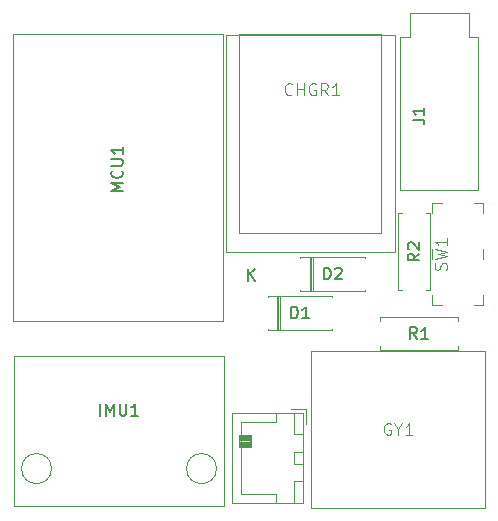
<source format=gto>
G04 #@! TF.GenerationSoftware,KiCad,Pcbnew,9.0.2*
G04 #@! TF.CreationDate,2025-07-15T04:36:50-04:00*
G04 #@! TF.ProjectId,FBT,4642542e-6b69-4636-9164-5f7063625858,rev?*
G04 #@! TF.SameCoordinates,Original*
G04 #@! TF.FileFunction,Legend,Top*
G04 #@! TF.FilePolarity,Positive*
%FSLAX46Y46*%
G04 Gerber Fmt 4.6, Leading zero omitted, Abs format (unit mm)*
G04 Created by KiCad (PCBNEW 9.0.2) date 2025-07-15 04:36:50*
%MOMM*%
%LPD*%
G01*
G04 APERTURE LIST*
%ADD10C,0.100000*%
%ADD11C,0.150000*%
%ADD12C,0.120000*%
G04 APERTURE END LIST*
D10*
G36*
X117243094Y-130729724D02*
G01*
X116166579Y-130729724D01*
X116166579Y-130172332D01*
X116277690Y-130172332D01*
X116277690Y-130210600D01*
X116304750Y-130237660D01*
X116323884Y-130241466D01*
X116654836Y-130241466D01*
X116654836Y-130572419D01*
X116658642Y-130591553D01*
X116685702Y-130618613D01*
X116723970Y-130618613D01*
X116751030Y-130591553D01*
X116754836Y-130572419D01*
X116754836Y-130241466D01*
X117085789Y-130241466D01*
X117104923Y-130237660D01*
X117131983Y-130210600D01*
X117131983Y-130172332D01*
X117104923Y-130145272D01*
X117085789Y-130141466D01*
X116754836Y-130141466D01*
X116754836Y-129810514D01*
X116751030Y-129791380D01*
X116723970Y-129764320D01*
X116685702Y-129764320D01*
X116658642Y-129791380D01*
X116654836Y-129810514D01*
X116654836Y-130141466D01*
X116323884Y-130141466D01*
X116304750Y-130145272D01*
X116277690Y-130172332D01*
X116166579Y-130172332D01*
X116166579Y-129653209D01*
X117243094Y-129653209D01*
X117243094Y-130729724D01*
G37*
D11*
X106350823Y-108974724D02*
X105350823Y-108974724D01*
X105350823Y-108974724D02*
X106065108Y-108641391D01*
X106065108Y-108641391D02*
X105350823Y-108308058D01*
X105350823Y-108308058D02*
X106350823Y-108308058D01*
X106255584Y-107260439D02*
X106303204Y-107308058D01*
X106303204Y-107308058D02*
X106350823Y-107450915D01*
X106350823Y-107450915D02*
X106350823Y-107546153D01*
X106350823Y-107546153D02*
X106303204Y-107689010D01*
X106303204Y-107689010D02*
X106207965Y-107784248D01*
X106207965Y-107784248D02*
X106112727Y-107831867D01*
X106112727Y-107831867D02*
X105922251Y-107879486D01*
X105922251Y-107879486D02*
X105779394Y-107879486D01*
X105779394Y-107879486D02*
X105588918Y-107831867D01*
X105588918Y-107831867D02*
X105493680Y-107784248D01*
X105493680Y-107784248D02*
X105398442Y-107689010D01*
X105398442Y-107689010D02*
X105350823Y-107546153D01*
X105350823Y-107546153D02*
X105350823Y-107450915D01*
X105350823Y-107450915D02*
X105398442Y-107308058D01*
X105398442Y-107308058D02*
X105446061Y-107260439D01*
X105350823Y-106831867D02*
X106160346Y-106831867D01*
X106160346Y-106831867D02*
X106255584Y-106784248D01*
X106255584Y-106784248D02*
X106303204Y-106736629D01*
X106303204Y-106736629D02*
X106350823Y-106641391D01*
X106350823Y-106641391D02*
X106350823Y-106450915D01*
X106350823Y-106450915D02*
X106303204Y-106355677D01*
X106303204Y-106355677D02*
X106255584Y-106308058D01*
X106255584Y-106308058D02*
X106160346Y-106260439D01*
X106160346Y-106260439D02*
X105350823Y-106260439D01*
X106350823Y-105260439D02*
X106350823Y-105831867D01*
X106350823Y-105546153D02*
X105350823Y-105546153D01*
X105350823Y-105546153D02*
X105493680Y-105641391D01*
X105493680Y-105641391D02*
X105588918Y-105736629D01*
X105588918Y-105736629D02*
X105636537Y-105831867D01*
D10*
X120662600Y-100763445D02*
X120614981Y-100811065D01*
X120614981Y-100811065D02*
X120472124Y-100858684D01*
X120472124Y-100858684D02*
X120376886Y-100858684D01*
X120376886Y-100858684D02*
X120234029Y-100811065D01*
X120234029Y-100811065D02*
X120138791Y-100715826D01*
X120138791Y-100715826D02*
X120091172Y-100620588D01*
X120091172Y-100620588D02*
X120043553Y-100430112D01*
X120043553Y-100430112D02*
X120043553Y-100287255D01*
X120043553Y-100287255D02*
X120091172Y-100096779D01*
X120091172Y-100096779D02*
X120138791Y-100001541D01*
X120138791Y-100001541D02*
X120234029Y-99906303D01*
X120234029Y-99906303D02*
X120376886Y-99858684D01*
X120376886Y-99858684D02*
X120472124Y-99858684D01*
X120472124Y-99858684D02*
X120614981Y-99906303D01*
X120614981Y-99906303D02*
X120662600Y-99953922D01*
X121091172Y-100858684D02*
X121091172Y-99858684D01*
X121091172Y-100334874D02*
X121662600Y-100334874D01*
X121662600Y-100858684D02*
X121662600Y-99858684D01*
X122662600Y-99906303D02*
X122567362Y-99858684D01*
X122567362Y-99858684D02*
X122424505Y-99858684D01*
X122424505Y-99858684D02*
X122281648Y-99906303D01*
X122281648Y-99906303D02*
X122186410Y-100001541D01*
X122186410Y-100001541D02*
X122138791Y-100096779D01*
X122138791Y-100096779D02*
X122091172Y-100287255D01*
X122091172Y-100287255D02*
X122091172Y-100430112D01*
X122091172Y-100430112D02*
X122138791Y-100620588D01*
X122138791Y-100620588D02*
X122186410Y-100715826D01*
X122186410Y-100715826D02*
X122281648Y-100811065D01*
X122281648Y-100811065D02*
X122424505Y-100858684D01*
X122424505Y-100858684D02*
X122519743Y-100858684D01*
X122519743Y-100858684D02*
X122662600Y-100811065D01*
X122662600Y-100811065D02*
X122710219Y-100763445D01*
X122710219Y-100763445D02*
X122710219Y-100430112D01*
X122710219Y-100430112D02*
X122519743Y-100430112D01*
X123710219Y-100858684D02*
X123376886Y-100382493D01*
X123138791Y-100858684D02*
X123138791Y-99858684D01*
X123138791Y-99858684D02*
X123519743Y-99858684D01*
X123519743Y-99858684D02*
X123614981Y-99906303D01*
X123614981Y-99906303D02*
X123662600Y-99953922D01*
X123662600Y-99953922D02*
X123710219Y-100049160D01*
X123710219Y-100049160D02*
X123710219Y-100192017D01*
X123710219Y-100192017D02*
X123662600Y-100287255D01*
X123662600Y-100287255D02*
X123614981Y-100334874D01*
X123614981Y-100334874D02*
X123519743Y-100382493D01*
X123519743Y-100382493D02*
X123138791Y-100382493D01*
X124662600Y-100858684D02*
X124091172Y-100858684D01*
X124376886Y-100858684D02*
X124376886Y-99858684D01*
X124376886Y-99858684D02*
X124281648Y-100001541D01*
X124281648Y-100001541D02*
X124186410Y-100096779D01*
X124186410Y-100096779D02*
X124091172Y-100144398D01*
D11*
X120581905Y-119754819D02*
X120581905Y-118754819D01*
X120581905Y-118754819D02*
X120820000Y-118754819D01*
X120820000Y-118754819D02*
X120962857Y-118802438D01*
X120962857Y-118802438D02*
X121058095Y-118897676D01*
X121058095Y-118897676D02*
X121105714Y-118992914D01*
X121105714Y-118992914D02*
X121153333Y-119183390D01*
X121153333Y-119183390D02*
X121153333Y-119326247D01*
X121153333Y-119326247D02*
X121105714Y-119516723D01*
X121105714Y-119516723D02*
X121058095Y-119611961D01*
X121058095Y-119611961D02*
X120962857Y-119707200D01*
X120962857Y-119707200D02*
X120820000Y-119754819D01*
X120820000Y-119754819D02*
X120581905Y-119754819D01*
X122105714Y-119754819D02*
X121534286Y-119754819D01*
X121820000Y-119754819D02*
X121820000Y-118754819D01*
X121820000Y-118754819D02*
X121724762Y-118897676D01*
X121724762Y-118897676D02*
X121629524Y-118992914D01*
X121629524Y-118992914D02*
X121534286Y-119040533D01*
X123361905Y-116454819D02*
X123361905Y-115454819D01*
X123361905Y-115454819D02*
X123600000Y-115454819D01*
X123600000Y-115454819D02*
X123742857Y-115502438D01*
X123742857Y-115502438D02*
X123838095Y-115597676D01*
X123838095Y-115597676D02*
X123885714Y-115692914D01*
X123885714Y-115692914D02*
X123933333Y-115883390D01*
X123933333Y-115883390D02*
X123933333Y-116026247D01*
X123933333Y-116026247D02*
X123885714Y-116216723D01*
X123885714Y-116216723D02*
X123838095Y-116311961D01*
X123838095Y-116311961D02*
X123742857Y-116407200D01*
X123742857Y-116407200D02*
X123600000Y-116454819D01*
X123600000Y-116454819D02*
X123361905Y-116454819D01*
X124314286Y-115550057D02*
X124361905Y-115502438D01*
X124361905Y-115502438D02*
X124457143Y-115454819D01*
X124457143Y-115454819D02*
X124695238Y-115454819D01*
X124695238Y-115454819D02*
X124790476Y-115502438D01*
X124790476Y-115502438D02*
X124838095Y-115550057D01*
X124838095Y-115550057D02*
X124885714Y-115645295D01*
X124885714Y-115645295D02*
X124885714Y-115740533D01*
X124885714Y-115740533D02*
X124838095Y-115883390D01*
X124838095Y-115883390D02*
X124266667Y-116454819D01*
X124266667Y-116454819D02*
X124885714Y-116454819D01*
X116928095Y-116554819D02*
X116928095Y-115554819D01*
X117499523Y-116554819D02*
X117070952Y-115983390D01*
X117499523Y-115554819D02*
X116928095Y-116126247D01*
X130874819Y-102938333D02*
X131589104Y-102938333D01*
X131589104Y-102938333D02*
X131731961Y-102985952D01*
X131731961Y-102985952D02*
X131827200Y-103081190D01*
X131827200Y-103081190D02*
X131874819Y-103224047D01*
X131874819Y-103224047D02*
X131874819Y-103319285D01*
X131874819Y-101938333D02*
X131874819Y-102509761D01*
X131874819Y-102224047D02*
X130874819Y-102224047D01*
X130874819Y-102224047D02*
X131017676Y-102319285D01*
X131017676Y-102319285D02*
X131112914Y-102414523D01*
X131112914Y-102414523D02*
X131160533Y-102509761D01*
D10*
X133709800Y-115633332D02*
X133757419Y-115490475D01*
X133757419Y-115490475D02*
X133757419Y-115252380D01*
X133757419Y-115252380D02*
X133709800Y-115157142D01*
X133709800Y-115157142D02*
X133662180Y-115109523D01*
X133662180Y-115109523D02*
X133566942Y-115061904D01*
X133566942Y-115061904D02*
X133471704Y-115061904D01*
X133471704Y-115061904D02*
X133376466Y-115109523D01*
X133376466Y-115109523D02*
X133328847Y-115157142D01*
X133328847Y-115157142D02*
X133281228Y-115252380D01*
X133281228Y-115252380D02*
X133233609Y-115442856D01*
X133233609Y-115442856D02*
X133185990Y-115538094D01*
X133185990Y-115538094D02*
X133138371Y-115585713D01*
X133138371Y-115585713D02*
X133043133Y-115633332D01*
X133043133Y-115633332D02*
X132947895Y-115633332D01*
X132947895Y-115633332D02*
X132852657Y-115585713D01*
X132852657Y-115585713D02*
X132805038Y-115538094D01*
X132805038Y-115538094D02*
X132757419Y-115442856D01*
X132757419Y-115442856D02*
X132757419Y-115204761D01*
X132757419Y-115204761D02*
X132805038Y-115061904D01*
X132757419Y-114728570D02*
X133757419Y-114490475D01*
X133757419Y-114490475D02*
X133043133Y-114299999D01*
X133043133Y-114299999D02*
X133757419Y-114109523D01*
X133757419Y-114109523D02*
X132757419Y-113871428D01*
X133757419Y-112966666D02*
X133757419Y-113538094D01*
X133757419Y-113252380D02*
X132757419Y-113252380D01*
X132757419Y-113252380D02*
X132900276Y-113347618D01*
X132900276Y-113347618D02*
X132995514Y-113442856D01*
X132995514Y-113442856D02*
X133043133Y-113538094D01*
X129007142Y-128685038D02*
X128911904Y-128637419D01*
X128911904Y-128637419D02*
X128769047Y-128637419D01*
X128769047Y-128637419D02*
X128626190Y-128685038D01*
X128626190Y-128685038D02*
X128530952Y-128780276D01*
X128530952Y-128780276D02*
X128483333Y-128875514D01*
X128483333Y-128875514D02*
X128435714Y-129065990D01*
X128435714Y-129065990D02*
X128435714Y-129208847D01*
X128435714Y-129208847D02*
X128483333Y-129399323D01*
X128483333Y-129399323D02*
X128530952Y-129494561D01*
X128530952Y-129494561D02*
X128626190Y-129589800D01*
X128626190Y-129589800D02*
X128769047Y-129637419D01*
X128769047Y-129637419D02*
X128864285Y-129637419D01*
X128864285Y-129637419D02*
X129007142Y-129589800D01*
X129007142Y-129589800D02*
X129054761Y-129542180D01*
X129054761Y-129542180D02*
X129054761Y-129208847D01*
X129054761Y-129208847D02*
X128864285Y-129208847D01*
X129673809Y-129161228D02*
X129673809Y-129637419D01*
X129340476Y-128637419D02*
X129673809Y-129161228D01*
X129673809Y-129161228D02*
X130007142Y-128637419D01*
X130864285Y-129637419D02*
X130292857Y-129637419D01*
X130578571Y-129637419D02*
X130578571Y-128637419D01*
X130578571Y-128637419D02*
X130483333Y-128780276D01*
X130483333Y-128780276D02*
X130388095Y-128875514D01*
X130388095Y-128875514D02*
X130292857Y-128923133D01*
D11*
X104448572Y-127984819D02*
X104448572Y-126984819D01*
X104924762Y-127984819D02*
X104924762Y-126984819D01*
X104924762Y-126984819D02*
X105258095Y-127699104D01*
X105258095Y-127699104D02*
X105591428Y-126984819D01*
X105591428Y-126984819D02*
X105591428Y-127984819D01*
X106067619Y-126984819D02*
X106067619Y-127794342D01*
X106067619Y-127794342D02*
X106115238Y-127889580D01*
X106115238Y-127889580D02*
X106162857Y-127937200D01*
X106162857Y-127937200D02*
X106258095Y-127984819D01*
X106258095Y-127984819D02*
X106448571Y-127984819D01*
X106448571Y-127984819D02*
X106543809Y-127937200D01*
X106543809Y-127937200D02*
X106591428Y-127889580D01*
X106591428Y-127889580D02*
X106639047Y-127794342D01*
X106639047Y-127794342D02*
X106639047Y-126984819D01*
X107639047Y-127984819D02*
X107067619Y-127984819D01*
X107353333Y-127984819D02*
X107353333Y-126984819D01*
X107353333Y-126984819D02*
X107258095Y-127127676D01*
X107258095Y-127127676D02*
X107162857Y-127222914D01*
X107162857Y-127222914D02*
X107067619Y-127270533D01*
X131243333Y-121504819D02*
X130910000Y-121028628D01*
X130671905Y-121504819D02*
X130671905Y-120504819D01*
X130671905Y-120504819D02*
X131052857Y-120504819D01*
X131052857Y-120504819D02*
X131148095Y-120552438D01*
X131148095Y-120552438D02*
X131195714Y-120600057D01*
X131195714Y-120600057D02*
X131243333Y-120695295D01*
X131243333Y-120695295D02*
X131243333Y-120838152D01*
X131243333Y-120838152D02*
X131195714Y-120933390D01*
X131195714Y-120933390D02*
X131148095Y-120981009D01*
X131148095Y-120981009D02*
X131052857Y-121028628D01*
X131052857Y-121028628D02*
X130671905Y-121028628D01*
X132195714Y-121504819D02*
X131624286Y-121504819D01*
X131910000Y-121504819D02*
X131910000Y-120504819D01*
X131910000Y-120504819D02*
X131814762Y-120647676D01*
X131814762Y-120647676D02*
X131719524Y-120742914D01*
X131719524Y-120742914D02*
X131624286Y-120790533D01*
X131454819Y-114276666D02*
X130978628Y-114609999D01*
X131454819Y-114848094D02*
X130454819Y-114848094D01*
X130454819Y-114848094D02*
X130454819Y-114467142D01*
X130454819Y-114467142D02*
X130502438Y-114371904D01*
X130502438Y-114371904D02*
X130550057Y-114324285D01*
X130550057Y-114324285D02*
X130645295Y-114276666D01*
X130645295Y-114276666D02*
X130788152Y-114276666D01*
X130788152Y-114276666D02*
X130883390Y-114324285D01*
X130883390Y-114324285D02*
X130931009Y-114371904D01*
X130931009Y-114371904D02*
X130978628Y-114467142D01*
X130978628Y-114467142D02*
X130978628Y-114848094D01*
X130550057Y-113895713D02*
X130502438Y-113848094D01*
X130502438Y-113848094D02*
X130454819Y-113752856D01*
X130454819Y-113752856D02*
X130454819Y-113514761D01*
X130454819Y-113514761D02*
X130502438Y-113419523D01*
X130502438Y-113419523D02*
X130550057Y-113371904D01*
X130550057Y-113371904D02*
X130645295Y-113324285D01*
X130645295Y-113324285D02*
X130740533Y-113324285D01*
X130740533Y-113324285D02*
X130883390Y-113371904D01*
X130883390Y-113371904D02*
X131454819Y-113943332D01*
X131454819Y-113943332D02*
X131454819Y-113324285D01*
D12*
X97006004Y-95711392D02*
X114786004Y-95711392D01*
X114786004Y-119971392D01*
X97006004Y-119971392D01*
X97006004Y-95711392D01*
D10*
X128218024Y-95700000D02*
X116218024Y-95700000D01*
X116218024Y-112500000D01*
X128218024Y-112500000D01*
X128218024Y-95700000D01*
D12*
X118600000Y-117830000D02*
X124040000Y-117830000D01*
X118600000Y-117960000D02*
X118600000Y-117830000D01*
X118600000Y-120640000D02*
X118600000Y-120770000D01*
X118600000Y-120770000D02*
X124040000Y-120770000D01*
X119380000Y-117830000D02*
X119380000Y-120770000D01*
X119500000Y-117830000D02*
X119500000Y-120770000D01*
X119620000Y-117830000D02*
X119620000Y-120770000D01*
X124040000Y-117830000D02*
X124040000Y-117960000D01*
X124040000Y-120770000D02*
X124040000Y-120640000D01*
X121380000Y-114530000D02*
X126820000Y-114530000D01*
X121380000Y-114660000D02*
X121380000Y-114530000D01*
X121380000Y-117340000D02*
X121380000Y-117470000D01*
X121380000Y-117470000D02*
X126820000Y-117470000D01*
X122160000Y-114530000D02*
X122160000Y-117470000D01*
X122280000Y-114530000D02*
X122280000Y-117470000D01*
X122400000Y-114530000D02*
X122400000Y-117470000D01*
X126820000Y-114530000D02*
X126820000Y-114660000D01*
X126820000Y-117470000D02*
X126820000Y-117340000D01*
X129820000Y-95900000D02*
X129820000Y-108900000D01*
X130620000Y-93900000D02*
X130620000Y-95900000D01*
X130620000Y-95900000D02*
X129820000Y-95900000D01*
X135320000Y-93900000D02*
X130620000Y-93900000D01*
X135320000Y-93900000D02*
X135620000Y-93900000D01*
X135620000Y-93900000D02*
X135620000Y-95900000D01*
X135620000Y-95900000D02*
X136420000Y-95900000D01*
X136420000Y-95900000D02*
X136420000Y-108900000D01*
X136420000Y-108900000D02*
X129820000Y-108900000D01*
D10*
X132550000Y-110000000D02*
X132550000Y-110800000D01*
X132550000Y-110000000D02*
X133350000Y-110000000D01*
X132550000Y-114700000D02*
X132550000Y-113900000D01*
X132550000Y-118600000D02*
X132550000Y-117800000D01*
X132550000Y-118600000D02*
X133350000Y-118600000D01*
X136850000Y-110000000D02*
X136050000Y-110000000D01*
X136850000Y-110000000D02*
X136850000Y-110800000D01*
X136850000Y-113900000D02*
X136850000Y-114700000D01*
X136850000Y-118600000D02*
X136050000Y-118600000D01*
X136850000Y-118600000D02*
X136850000Y-117800000D01*
D12*
X115610000Y-127740000D02*
X115610000Y-135360000D01*
X115610000Y-135360000D02*
X121580000Y-135360000D01*
X116370000Y-128500000D02*
X116370000Y-131550000D01*
X116370000Y-134600000D02*
X116370000Y-131550000D01*
X119320000Y-127750000D02*
X119320000Y-128500000D01*
X119320000Y-128500000D02*
X116370000Y-128500000D01*
X119320000Y-134600000D02*
X116370000Y-134600000D01*
X119320000Y-135350000D02*
X119320000Y-134600000D01*
X120820000Y-127750000D02*
X120820000Y-129550000D01*
X120820000Y-129550000D02*
X121570000Y-129550000D01*
X120820000Y-131050000D02*
X120820000Y-132050000D01*
X120820000Y-132050000D02*
X121570000Y-132050000D01*
X120820000Y-133550000D02*
X120820000Y-135350000D01*
X120820000Y-135350000D02*
X121570000Y-135350000D01*
X121570000Y-127750000D02*
X120820000Y-127750000D01*
X121570000Y-129550000D02*
X121570000Y-127750000D01*
X121570000Y-131050000D02*
X120820000Y-131050000D01*
X121570000Y-132050000D02*
X121570000Y-131050000D01*
X121570000Y-133550000D02*
X120820000Y-133550000D01*
X121570000Y-135350000D02*
X121570000Y-133550000D01*
X121580000Y-127740000D02*
X115610000Y-127740000D01*
X121580000Y-135360000D02*
X121580000Y-127740000D01*
X121870000Y-127450000D02*
X120620000Y-127450000D01*
X121870000Y-128700000D02*
X121870000Y-127450000D01*
D10*
X129370000Y-95750000D02*
X115070000Y-95750000D01*
X115070000Y-114150000D01*
X129370000Y-114150000D01*
X129370000Y-95750000D01*
D12*
X137044000Y-135804000D02*
X122256000Y-135804000D01*
X122256000Y-122556000D01*
X137044000Y-122556000D01*
X137044000Y-135804000D01*
X114910000Y-122950000D02*
X97130000Y-122950000D01*
X97130000Y-135650000D01*
X114910000Y-135650000D01*
X114910000Y-122950000D01*
X100305000Y-132475000D02*
G75*
G02*
X97765000Y-132475000I-1270000J0D01*
G01*
X97765000Y-132475000D02*
G75*
G02*
X100305000Y-132475000I1270000J0D01*
G01*
X114275000Y-132475000D02*
G75*
G02*
X111735000Y-132475000I-1270000J0D01*
G01*
X111735000Y-132475000D02*
G75*
G02*
X114275000Y-132475000I1270000J0D01*
G01*
X128140000Y-119680000D02*
X128140000Y-120010000D01*
X128140000Y-122420000D02*
X128140000Y-122090000D01*
X134680000Y-119680000D02*
X128140000Y-119680000D01*
X134680000Y-120010000D02*
X134680000Y-119680000D01*
X134680000Y-122090000D02*
X134680000Y-122420000D01*
X134680000Y-122420000D02*
X128140000Y-122420000D01*
X129630000Y-110840000D02*
X129960000Y-110840000D01*
X129630000Y-117380000D02*
X129630000Y-110840000D01*
X129960000Y-117380000D02*
X129630000Y-117380000D01*
X132040000Y-117380000D02*
X132370000Y-117380000D01*
X132370000Y-110840000D02*
X132040000Y-110840000D01*
X132370000Y-117380000D02*
X132370000Y-110840000D01*
M02*

</source>
